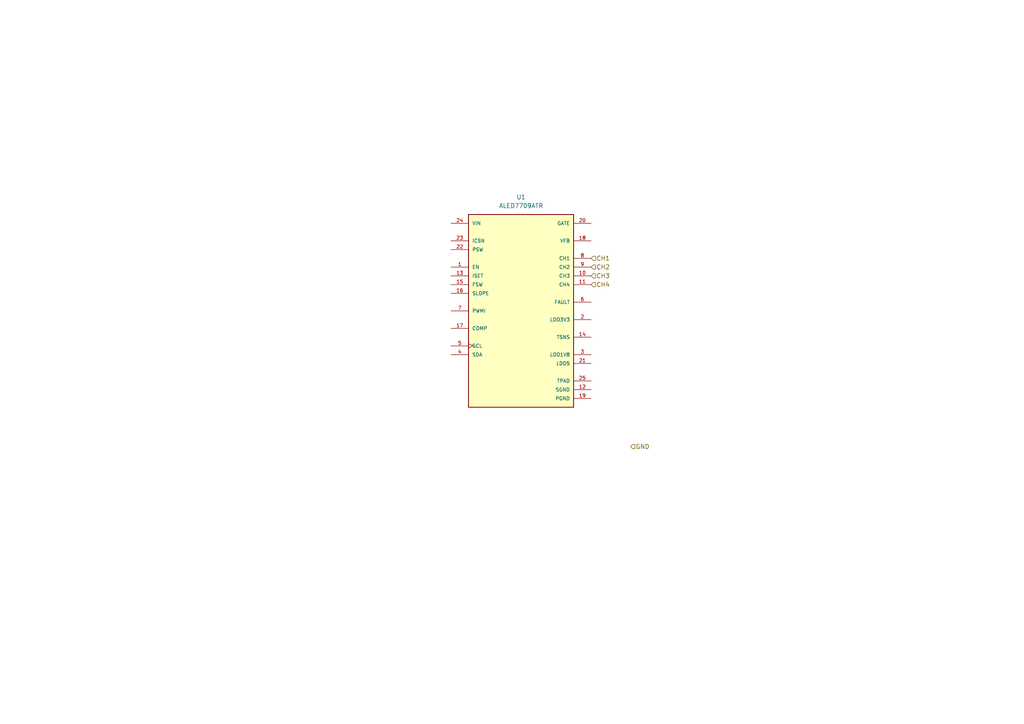
<source format=kicad_sch>
(kicad_sch (version 20211123) (generator eeschema)

  (uuid 1895faed-13c7-4877-930c-ef39a1d7419c)

  (paper "A4")

  (lib_symbols
    (symbol "ALED7709ATR:ALED7709ATR" (pin_names (offset 1.016)) (in_bom yes) (on_board yes)
      (property "Reference" "U" (id 0) (at -15.24 28.702 0)
        (effects (font (size 1.27 1.27)) (justify left bottom))
      )
      (property "Value" "ALED7709ATR" (id 1) (at -15.24 -30.48 0)
        (effects (font (size 1.27 1.27)) (justify left bottom))
      )
      (property "Footprint" "QFN65P500X500X90-25N" (id 2) (at 0 0 0)
        (effects (font (size 1.27 1.27)) (justify bottom) hide)
      )
      (property "Datasheet" "" (id 3) (at 0 0 0)
        (effects (font (size 1.27 1.27)) hide)
      )
      (property "SNAPEDA_PACKAGE_ID" "" (id 4) (at 0 0 0)
        (effects (font (size 1.27 1.27)) (justify bottom) hide)
      )
      (property "B_NOM" "0.3" (id 5) (at 0 0 0)
        (effects (font (size 1.27 1.27)) (justify bottom) hide)
      )
      (property "EMAX" "" (id 6) (at 0 0 0)
        (effects (font (size 1.27 1.27)) (justify bottom) hide)
      )
      (property "D_MAX" "5.1" (id 7) (at 0 0 0)
        (effects (font (size 1.27 1.27)) (justify bottom) hide)
      )
      (property "BALL_COLUMNS" "" (id 8) (at 0 0 0)
        (effects (font (size 1.27 1.27)) (justify bottom) hide)
      )
      (property "PIN_COUNT_D" "6.0" (id 9) (at 0 0 0)
        (effects (font (size 1.27 1.27)) (justify bottom) hide)
      )
      (property "THERMAL_PAD" "" (id 10) (at 0 0 0)
        (effects (font (size 1.27 1.27)) (justify bottom) hide)
      )
      (property "DMAX" "" (id 11) (at 0 0 0)
        (effects (font (size 1.27 1.27)) (justify bottom) hide)
      )
      (property "B_MAX" "0.35" (id 12) (at 0 0 0)
        (effects (font (size 1.27 1.27)) (justify bottom) hide)
      )
      (property "EMIN" "" (id 13) (at 0 0 0)
        (effects (font (size 1.27 1.27)) (justify bottom) hide)
      )
      (property "JEDEC" "" (id 14) (at 0 0 0)
        (effects (font (size 1.27 1.27)) (justify bottom) hide)
      )
      (property "ENOM" "0.65" (id 15) (at 0 0 0)
        (effects (font (size 1.27 1.27)) (justify bottom) hide)
      )
      (property "D_NOM" "5.0" (id 16) (at 0 0 0)
        (effects (font (size 1.27 1.27)) (justify bottom) hide)
      )
      (property "VACANCIES" "" (id 17) (at 0 0 0)
        (effects (font (size 1.27 1.27)) (justify bottom) hide)
      )
      (property "L_MAX" "0.5" (id 18) (at 0 0 0)
        (effects (font (size 1.27 1.27)) (justify bottom) hide)
      )
      (property "A_MAX" "0.9" (id 19) (at 0 0 0)
        (effects (font (size 1.27 1.27)) (justify bottom) hide)
      )
      (property "E2_NOM" "3.5" (id 20) (at 0 0 0)
        (effects (font (size 1.27 1.27)) (justify bottom) hide)
      )
      (property "D2_NOM" "3.5" (id 21) (at 0 0 0)
        (effects (font (size 1.27 1.27)) (justify bottom) hide)
      )
      (property "PARTREV" "1" (id 22) (at 0 0 0)
        (effects (font (size 1.27 1.27)) (justify bottom) hide)
      )
      (property "DNOM" "" (id 23) (at 0 0 0)
        (effects (font (size 1.27 1.27)) (justify bottom) hide)
      )
      (property "DMIN" "" (id 24) (at 0 0 0)
        (effects (font (size 1.27 1.27)) (justify bottom) hide)
      )
      (property "E_NOM" "5.0" (id 25) (at 0 0 0)
        (effects (font (size 1.27 1.27)) (justify bottom) hide)
      )
      (property "BALL_ROWS" "" (id 26) (at 0 0 0)
        (effects (font (size 1.27 1.27)) (justify bottom) hide)
      )
      (property "B_MIN" "0.25" (id 27) (at 0 0 0)
        (effects (font (size 1.27 1.27)) (justify bottom) hide)
      )
      (property "STANDARD" "IPC 7351B" (id 28) (at 0 0 0)
        (effects (font (size 1.27 1.27)) (justify bottom) hide)
      )
      (property "L_NOM" "0.4" (id 29) (at 0 0 0)
        (effects (font (size 1.27 1.27)) (justify bottom) hide)
      )
      (property "MANUFACTURER" "STMicroelectronics" (id 30) (at 0 0 0)
        (effects (font (size 1.27 1.27)) (justify bottom) hide)
      )
      (property "IPC" "" (id 31) (at 0 0 0)
        (effects (font (size 1.27 1.27)) (justify bottom) hide)
      )
      (property "PIN_COLUMNS" "" (id 32) (at 0 0 0)
        (effects (font (size 1.27 1.27)) (justify bottom) hide)
      )
      (property "PIN_COUNT_E" "6.0" (id 33) (at 0 0 0)
        (effects (font (size 1.27 1.27)) (justify bottom) hide)
      )
      (property "BODY_DIAMETER" "" (id 34) (at 0 0 0)
        (effects (font (size 1.27 1.27)) (justify bottom) hide)
      )
      (property "E_MIN" "4.9" (id 35) (at 0 0 0)
        (effects (font (size 1.27 1.27)) (justify bottom) hide)
      )
      (property "PACKAGE_TYPE" "" (id 36) (at 0 0 0)
        (effects (font (size 1.27 1.27)) (justify bottom) hide)
      )
      (property "D_MIN" "4.9" (id 37) (at 0 0 0)
        (effects (font (size 1.27 1.27)) (justify bottom) hide)
      )
      (property "PINS" "" (id 38) (at 0 0 0)
        (effects (font (size 1.27 1.27)) (justify bottom) hide)
      )
      (property "L_MIN" "0.3" (id 39) (at 0 0 0)
        (effects (font (size 1.27 1.27)) (justify bottom) hide)
      )
      (property "E_MAX" "5.1" (id 40) (at 0 0 0)
        (effects (font (size 1.27 1.27)) (justify bottom) hide)
      )
      (symbol "ALED7709ATR_0_0"
        (rectangle (start -15.24 -27.94) (end 15.24 27.94)
          (stroke (width 0.254) (type default) (color 0 0 0 0))
          (fill (type background))
        )
        (pin input line (at -20.32 12.7 0) (length 5.08)
          (name "EN" (effects (font (size 1.016 1.016))))
          (number "1" (effects (font (size 1.016 1.016))))
        )
        (pin output line (at 20.32 10.16 180) (length 5.08)
          (name "CH3" (effects (font (size 1.016 1.016))))
          (number "10" (effects (font (size 1.016 1.016))))
        )
        (pin output line (at 20.32 7.62 180) (length 5.08)
          (name "CH4" (effects (font (size 1.016 1.016))))
          (number "11" (effects (font (size 1.016 1.016))))
        )
        (pin power_in line (at 20.32 -22.86 180) (length 5.08)
          (name "SGND" (effects (font (size 1.016 1.016))))
          (number "12" (effects (font (size 1.016 1.016))))
        )
        (pin input line (at -20.32 10.16 0) (length 5.08)
          (name "ISET" (effects (font (size 1.016 1.016))))
          (number "13" (effects (font (size 1.016 1.016))))
        )
        (pin input line (at 20.32 -7.62 180) (length 5.08)
          (name "TSNS" (effects (font (size 1.016 1.016))))
          (number "14" (effects (font (size 1.016 1.016))))
        )
        (pin input line (at -20.32 7.62 0) (length 5.08)
          (name "FSW" (effects (font (size 1.016 1.016))))
          (number "15" (effects (font (size 1.016 1.016))))
        )
        (pin input line (at -20.32 5.08 0) (length 5.08)
          (name "SLOPE" (effects (font (size 1.016 1.016))))
          (number "16" (effects (font (size 1.016 1.016))))
        )
        (pin passive line (at -20.32 -5.08 0) (length 5.08)
          (name "COMP" (effects (font (size 1.016 1.016))))
          (number "17" (effects (font (size 1.016 1.016))))
        )
        (pin input line (at 20.32 20.32 180) (length 5.08)
          (name "VFB" (effects (font (size 1.016 1.016))))
          (number "18" (effects (font (size 1.016 1.016))))
        )
        (pin power_in line (at 20.32 -25.4 180) (length 5.08)
          (name "PGND" (effects (font (size 1.016 1.016))))
          (number "19" (effects (font (size 1.016 1.016))))
        )
        (pin passive line (at 20.32 -2.54 180) (length 5.08)
          (name "LDO3V3" (effects (font (size 1.016 1.016))))
          (number "2" (effects (font (size 1.016 1.016))))
        )
        (pin output line (at 20.32 25.4 180) (length 5.08)
          (name "GATE" (effects (font (size 1.016 1.016))))
          (number "20" (effects (font (size 1.016 1.016))))
        )
        (pin passive line (at 20.32 -15.24 180) (length 5.08)
          (name "LDO5" (effects (font (size 1.016 1.016))))
          (number "21" (effects (font (size 1.016 1.016))))
        )
        (pin passive line (at -20.32 17.78 0) (length 5.08)
          (name "PSW" (effects (font (size 1.016 1.016))))
          (number "22" (effects (font (size 1.016 1.016))))
        )
        (pin passive line (at -20.32 20.32 0) (length 5.08)
          (name "ICSN" (effects (font (size 1.016 1.016))))
          (number "23" (effects (font (size 1.016 1.016))))
        )
        (pin input line (at -20.32 25.4 0) (length 5.08)
          (name "VIN" (effects (font (size 1.016 1.016))))
          (number "24" (effects (font (size 1.016 1.016))))
        )
        (pin passive line (at 20.32 -20.32 180) (length 5.08)
          (name "TPAD" (effects (font (size 1.016 1.016))))
          (number "25" (effects (font (size 1.016 1.016))))
        )
        (pin passive line (at 20.32 -12.7 180) (length 5.08)
          (name "LDO1V8" (effects (font (size 1.016 1.016))))
          (number "3" (effects (font (size 1.016 1.016))))
        )
        (pin bidirectional line (at -20.32 -12.7 0) (length 5.08)
          (name "SDA" (effects (font (size 1.016 1.016))))
          (number "4" (effects (font (size 1.016 1.016))))
        )
        (pin input clock (at -20.32 -10.16 0) (length 5.08)
          (name "SCL" (effects (font (size 1.016 1.016))))
          (number "5" (effects (font (size 1.016 1.016))))
        )
        (pin output line (at 20.32 2.54 180) (length 5.08)
          (name "FAULT" (effects (font (size 1.016 1.016))))
          (number "6" (effects (font (size 1.016 1.016))))
        )
        (pin input line (at -20.32 0 0) (length 5.08)
          (name "PWMI" (effects (font (size 1.016 1.016))))
          (number "7" (effects (font (size 1.016 1.016))))
        )
        (pin output line (at 20.32 15.24 180) (length 5.08)
          (name "CH1" (effects (font (size 1.016 1.016))))
          (number "8" (effects (font (size 1.016 1.016))))
        )
        (pin output line (at 20.32 12.7 180) (length 5.08)
          (name "CH2" (effects (font (size 1.016 1.016))))
          (number "9" (effects (font (size 1.016 1.016))))
        )
      )
    )
  )


  (hierarchical_label "CH1" (shape input) (at 171.45 74.93 0)
    (effects (font (size 1.27 1.27)) (justify left))
    (uuid 003d8a38-7f1d-48bc-9670-e5da6ee08fae)
  )
  (hierarchical_label "CH4" (shape input) (at 171.45 82.55 0)
    (effects (font (size 1.27 1.27)) (justify left))
    (uuid 1578b7c5-5447-4656-b7b9-98a8c10f337e)
  )
  (hierarchical_label "GND" (shape input) (at 182.88 129.54 0)
    (effects (font (size 1.27 1.27)) (justify left))
    (uuid 3a157695-9c71-4123-9d47-e9f157bde643)
  )
  (hierarchical_label "CH3" (shape input) (at 171.45 80.01 0)
    (effects (font (size 1.27 1.27)) (justify left))
    (uuid 59834787-9daa-4eb1-86d0-60a0be480b32)
  )
  (hierarchical_label "CH2" (shape input) (at 171.45 77.47 0)
    (effects (font (size 1.27 1.27)) (justify left))
    (uuid e35f66b3-adce-41e9-8fad-05e3d7c67af5)
  )

  (symbol (lib_id "ALED7709ATR:ALED7709ATR") (at 151.13 90.17 0) (unit 1)
    (in_bom yes) (on_board yes) (fields_autoplaced)
    (uuid eed29a2b-8a1a-46fb-aaa8-6d493c599b22)
    (property "Reference" "U1" (id 0) (at 151.13 57.15 0))
    (property "Value" "ALED7709ATR" (id 1) (at 151.13 59.69 0))
    (property "Footprint" "QFN65P500X500X90-25N" (id 2) (at 151.13 90.17 0)
      (effects (font (size 1.27 1.27)) (justify bottom) hide)
    )
    (property "Datasheet" "https://www.st.com/resource/en/datasheet/aled7709.pdf" (id 3) (at 151.13 90.17 0)
      (effects (font (size 1.27 1.27)) hide)
    )
    (property "SNAPEDA_PACKAGE_ID" "" (id 4) (at 151.13 90.17 0)
      (effects (font (size 1.27 1.27)) (justify bottom) hide)
    )
    (property "B_NOM" "0.3" (id 5) (at 151.13 90.17 0)
      (effects (font (size 1.27 1.27)) (justify bottom) hide)
    )
    (property "EMAX" "" (id 6) (at 151.13 90.17 0)
      (effects (font (size 1.27 1.27)) (justify bottom) hide)
    )
    (property "D_MAX" "5.1" (id 7) (at 151.13 90.17 0)
      (effects (font (size 1.27 1.27)) (justify bottom) hide)
    )
    (property "BALL_COLUMNS" "" (id 8) (at 151.13 90.17 0)
      (effects (font (size 1.27 1.27)) (justify bottom) hide)
    )
    (property "PIN_COUNT_D" "6.0" (id 9) (at 151.13 90.17 0)
      (effects (font (size 1.27 1.27)) (justify bottom) hide)
    )
    (property "THERMAL_PAD" "" (id 10) (at 151.13 90.17 0)
      (effects (font (size 1.27 1.27)) (justify bottom) hide)
    )
    (property "DMAX" "" (id 11) (at 151.13 90.17 0)
      (effects (font (size 1.27 1.27)) (justify bottom) hide)
    )
    (property "B_MAX" "0.35" (id 12) (at 151.13 90.17 0)
      (effects (font (size 1.27 1.27)) (justify bottom) hide)
    )
    (property "EMIN" "" (id 13) (at 151.13 90.17 0)
      (effects (font (size 1.27 1.27)) (justify bottom) hide)
    )
    (property "JEDEC" "" (id 14) (at 151.13 90.17 0)
      (effects (font (size 1.27 1.27)) (justify bottom) hide)
    )
    (property "ENOM" "0.65" (id 15) (at 151.13 90.17 0)
      (effects (font (size 1.27 1.27)) (justify bottom) hide)
    )
    (property "D_NOM" "5.0" (id 16) (at 151.13 90.17 0)
      (effects (font (size 1.27 1.27)) (justify bottom) hide)
    )
    (property "VACANCIES" "" (id 17) (at 151.13 90.17 0)
      (effects (font (size 1.27 1.27)) (justify bottom) hide)
    )
    (property "L_MAX" "0.5" (id 18) (at 151.13 90.17 0)
      (effects (font (size 1.27 1.27)) (justify bottom) hide)
    )
    (property "A_MAX" "0.9" (id 19) (at 151.13 90.17 0)
      (effects (font (size 1.27 1.27)) (justify bottom) hide)
    )
    (property "E2_NOM" "3.5" (id 20) (at 151.13 90.17 0)
      (effects (font (size 1.27 1.27)) (justify bottom) hide)
    )
    (property "D2_NOM" "3.5" (id 21) (at 151.13 90.17 0)
      (effects (font (size 1.27 1.27)) (justify bottom) hide)
    )
    (property "PARTREV" "1" (id 22) (at 151.13 90.17 0)
      (effects (font (size 1.27 1.27)) (justify bottom) hide)
    )
    (property "DNOM" "" (id 23) (at 151.13 90.17 0)
      (effects (font (size 1.27 1.27)) (justify bottom) hide)
    )
    (property "DMIN" "" (id 24) (at 151.13 90.17 0)
      (effects (font (size 1.27 1.27)) (justify bottom) hide)
    )
    (property "E_NOM" "5.0" (id 25) (at 151.13 90.17 0)
      (effects (font (size 1.27 1.27)) (justify bottom) hide)
    )
    (property "BALL_ROWS" "" (id 26) (at 151.13 90.17 0)
      (effects (font (size 1.27 1.27)) (justify bottom) hide)
    )
    (property "B_MIN" "0.25" (id 27) (at 151.13 90.17 0)
      (effects (font (size 1.27 1.27)) (justify bottom) hide)
    )
    (property "STANDARD" "IPC 7351B" (id 28) (at 151.13 90.17 0)
      (effects (font (size 1.27 1.27)) (justify bottom) hide)
    )
    (property "L_NOM" "0.4" (id 29) (at 151.13 90.17 0)
      (effects (font (size 1.27 1.27)) (justify bottom) hide)
    )
    (property "MANUFACTURER" "STMicroelectronics" (id 30) (at 151.13 90.17 0)
      (effects (font (size 1.27 1.27)) (justify bottom) hide)
    )
    (property "IPC" "" (id 31) (at 151.13 90.17 0)
      (effects (font (size 1.27 1.27)) (justify bottom) hide)
    )
    (property "PIN_COLUMNS" "" (id 32) (at 151.13 90.17 0)
      (effects (font (size 1.27 1.27)) (justify bottom) hide)
    )
    (property "PIN_COUNT_E" "6.0" (id 33) (at 151.13 90.17 0)
      (effects (font (size 1.27 1.27)) (justify bottom) hide)
    )
    (property "BODY_DIAMETER" "" (id 34) (at 151.13 90.17 0)
      (effects (font (size 1.27 1.27)) (justify bottom) hide)
    )
    (property "E_MIN" "4.9" (id 35) (at 151.13 90.17 0)
      (effects (font (size 1.27 1.27)) (justify bottom) hide)
    )
    (property "PACKAGE_TYPE" "" (id 36) (at 151.13 90.17 0)
      (effects (font (size 1.27 1.27)) (justify bottom) hide)
    )
    (property "D_MIN" "4.9" (id 37) (at 151.13 90.17 0)
      (effects (font (size 1.27 1.27)) (justify bottom) hide)
    )
    (property "PINS" "" (id 38) (at 151.13 90.17 0)
      (effects (font (size 1.27 1.27)) (justify bottom) hide)
    )
    (property "L_MIN" "0.3" (id 39) (at 151.13 90.17 0)
      (effects (font (size 1.27 1.27)) (justify bottom) hide)
    )
    (property "E_MAX" "5.1" (id 40) (at 151.13 90.17 0)
      (effects (font (size 1.27 1.27)) (justify bottom) hide)
    )
    (pin "1" (uuid 01738755-0256-4ccd-9909-ffd1b77bd8f5))
    (pin "10" (uuid 7dcdc73d-ed5a-472c-9646-4641616e7497))
    (pin "11" (uuid 40af6c17-2442-4166-a3e1-f997c6c324bf))
    (pin "12" (uuid 33d83acc-8bb0-46a8-9f3b-016ee71679d4))
    (pin "13" (uuid 1033f6e5-1c19-45df-bc64-5f3c1baaa22f))
    (pin "14" (uuid 9f6a3a8d-bcb3-4208-9d0f-087c304c39ed))
    (pin "15" (uuid c27c1003-1b1a-4eb0-9f6a-df4c3f304e7f))
    (pin "16" (uuid e94dc59c-ce87-46f0-8d43-9006d12a405a))
    (pin "17" (uuid 070f509e-f06d-4714-805f-5be45f394927))
    (pin "18" (uuid 4d0ee5ab-6da7-4d99-a135-5672ab7a078b))
    (pin "19" (uuid c0b963a8-ef41-4243-948a-2d873dc6b1f7))
    (pin "2" (uuid 78eec237-1f51-4947-8276-3e1a80318abc))
    (pin "20" (uuid 964b8076-5ae8-40f5-8738-fc7250615b5b))
    (pin "21" (uuid 7a78ae71-8204-4ad7-959e-eb1991f5cd05))
    (pin "22" (uuid cf03e359-b21c-4f6c-a38d-87611c37698d))
    (pin "23" (uuid d54857c5-5c5c-4e25-91f0-b33dbf0da799))
    (pin "24" (uuid 42450614-7f06-43d0-ac9c-9ccd8a7636fe))
    (pin "25" (uuid 39eaafc2-e63b-41f9-b340-d37a8f4b1cf5))
    (pin "3" (uuid 117b547b-3c3f-4afc-9679-0be070256b81))
    (pin "4" (uuid 2078138e-d63c-45b0-998b-919f42f1ab20))
    (pin "5" (uuid 0d0ffce0-bfca-4634-a45d-629a0c3e80a2))
    (pin "6" (uuid b3f22022-1839-469f-80fc-3fa56bc08e94))
    (pin "7" (uuid 70a8855b-69f1-4709-84c6-cee4b594b515))
    (pin "8" (uuid 02e3391f-fff3-4a9c-9964-1e86eb4863b4))
    (pin "9" (uuid c6c1db98-0ecb-4620-a172-7a494beea335))
  )
)

</source>
